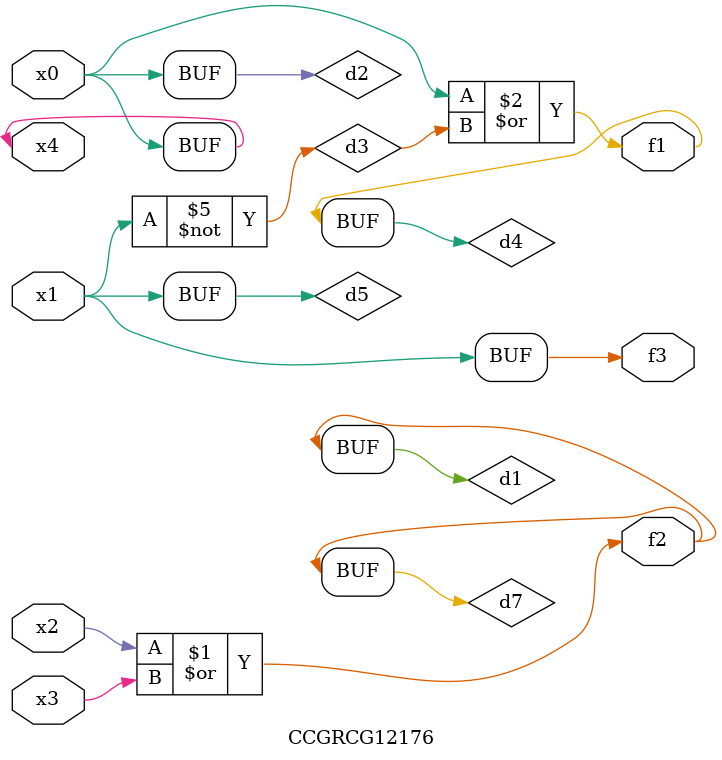
<source format=v>
module CCGRCG12176(
	input x0, x1, x2, x3, x4,
	output f1, f2, f3
);

	wire d1, d2, d3, d4, d5, d6, d7;

	or (d1, x2, x3);
	buf (d2, x0, x4);
	not (d3, x1);
	or (d4, d2, d3);
	not (d5, d3);
	nand (d6, d1, d3);
	or (d7, d1);
	assign f1 = d4;
	assign f2 = d7;
	assign f3 = d5;
endmodule

</source>
